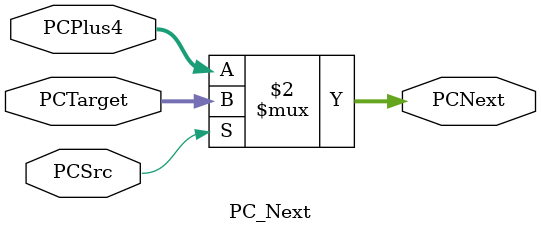
<source format=v>
module PC_Next #(parameter width = 32)
(
input wire [width - 1 : 0] PCTarget,
input wire [width - 1 : 0] PCPlus4,
input wire PCSrc,
output wire [width - 1 : 0] PCNext
);

assign PCNext = (PCSrc == 1) ? PCTarget : PCPlus4 ;
endmodule
</source>
